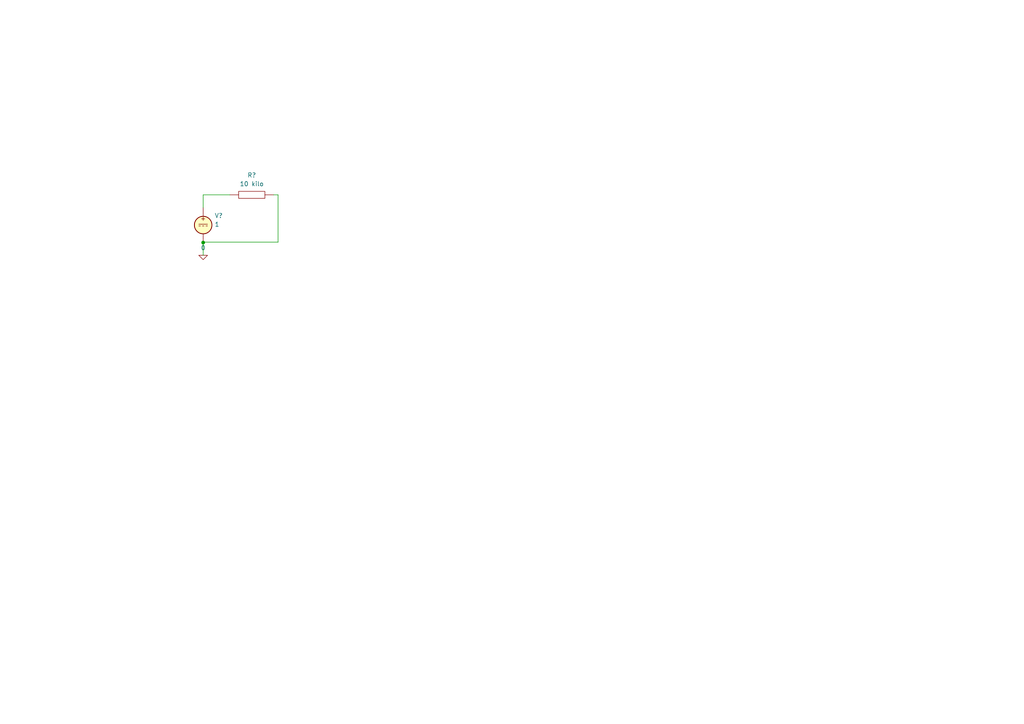
<source format=kicad_sch>
(kicad_sch (version 20211123) (generator eeschema)
  (paper "A4")
  (lib_symbols
    (symbol "Simulation_SPICE:VDC" (pin_numbers hide) (pin_names (offset 0.0254))
      (property "Reference" "V" (at 2.54 2.54 0))
      (property "Value" "VDC" (at 2.54 0 0))
      (property "Spice_Model" "dc(1)" (at 2.54 -2.54 0))
      (symbol "VDC_0_0"
        (polyline (pts (xy -1.27 0.254) (xy 1.27 0.254)))
        (polyline (pts (xy -0.762 -0.254) (xy -1.27 -0.254)))
        (polyline (pts (xy 0.254 -0.254) (xy -0.254 -0.254)))
        (polyline (pts (xy 1.27 -0.254) (xy 0.762 -0.254)))
        (text "+" (at 0 1.905 0) (effects (font (size 1.27 1.27))))
      )
      (symbol "VDC_0_1"
        (circle (center 0 0) (radius 2.54) (stroke (width 0.254)) (fill (type background)))
      )
      (symbol "VDC_1_1"
        (pin passive line (at 0 5.08 270) (length 2.54) (name "~") (number "1"))
        (pin passive line (at 0 -5.08 90) (length 2.54) (name "~") (number "2"))
      )
    )
    (symbol "pspice:0" (power) (pin_names (offset 0))
      (property "Value" "0" (at 0 -1.778 0))
      (symbol "0_0_1"
        (polyline (pts (xy -1.27 0) (xy 0 -1.27) (xy 1.27 0) (xy -1.27 0)))
      )
      (symbol "0_1_1"
        (pin power_in line (at 0 0 0) (length 0) hide (name "0") (number "1"))
      )
    )
    (symbol "pspice:R" (pin_numbers hide) (pin_names (offset 0))
      (property "Reference" "R" (at 2.032 0 90))
      (property "Value" "R" (at 0 0 90))
      (symbol "R_0_1"
        (rectangle (start -1.016 3.81) (end 1.016 -3.81))
      )
      (symbol "R_1_1"
        (pin passive line (at 0 6.35 270) (length 2.54) (name "~") (number "1"))
        (pin passive line (at 0 -6.35 90) (length 2.54) (name "~") (number "2"))
      )
    )
  )
  (junction (at 58.928 70.358))
  (wire (pts (xy 79.375 56.515) (xy 80.645 56.515)))
  (wire (pts (xy 80.645 56.515) (xy 80.645 70.231)))
  (wire (pts (xy 58.928 70.358) (xy 58.928 74.041)))
  (wire (pts (xy 80.645 70.231) (xy 58.928 70.231)))
  (wire (pts (xy 58.928 56.515) (xy 58.928 60.198)))
  (wire (pts (xy 58.928 70.231) (xy 58.928 70.358)))
  (wire (pts (xy 58.928 56.515) (xy 66.675 56.515)))
  (symbol (lib_id "pspice:R") (at 73.025 56.515 90) (unit 1)
    (property "Reference" "R?" (at 73.025 50.8 90))
    (property "Value" "10 kilo" (at 73.025 53.34 90))
    (property "Spice_Primitive" "R" (effects hide))
    (property "Spice_Model" "10k" (effects hide))
    (property "Spice_Netlist_Enabled" "Y" (effects hide))
  )
  (symbol (lib_id "pspice:0") (at 58.928 74.041 0) (unit 1)
    (property "Reference" "#GND?" (effects hide))
    (property "Value" "0" (at 58.928 71.882 0))
  )
  (symbol (lib_id "Simulation_SPICE:VDC") (at 58.928 65.278 0) (unit 1)
    (property "Reference" "V?" (at 62.23 62.5481 0) (effects (justify left)))
    (property "Value" "VDC" (at 62.23 65.0881 0) (effects (justify left)))
    (property "Spice_Netlist_Enabled" "Y" (effects hide))
    (property "Spice_Primitive" "V" (effects hide))
    (property "Spice_Model" "dc(1)" (at 62.23 67.6281 0) (effects (justify left)))
  )
)
</source>
